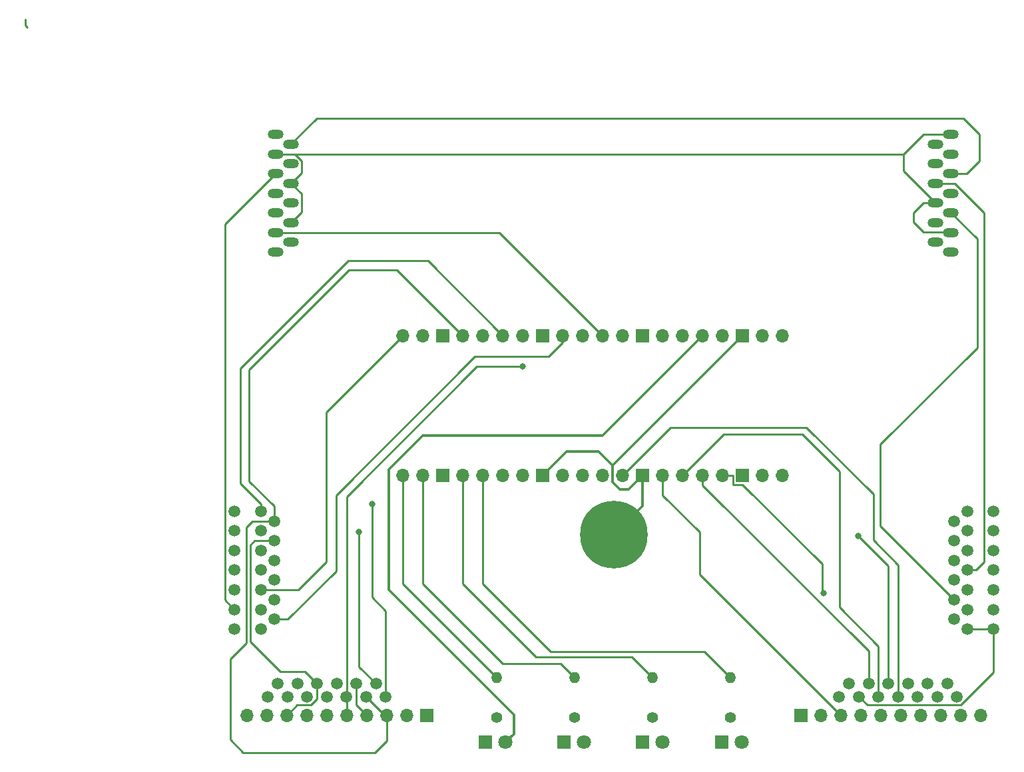
<source format=gbl>
G04 #@! TF.GenerationSoftware,KiCad,Pcbnew,9.0.1-9.0.1-0~ubuntu22.04.1*
G04 #@! TF.CreationDate,2025-04-10T12:51:45-07:00*
G04 #@! TF.ProjectId,kicad_port,6b696361-645f-4706-9f72-742e6b696361,rev?*
G04 #@! TF.SameCoordinates,Original*
G04 #@! TF.FileFunction,Copper,L2,Bot*
G04 #@! TF.FilePolarity,Positive*
%FSLAX46Y46*%
G04 Gerber Fmt 4.6, Leading zero omitted, Abs format (unit mm)*
G04 Created by KiCad (PCBNEW 9.0.1-9.0.1-0~ubuntu22.04.1) date 2025-04-10 12:51:45*
%MOMM*%
%LPD*%
G01*
G04 APERTURE LIST*
G04 #@! TA.AperFunction,ComponentPad*
%ADD10O,1.400000X1.400000*%
G04 #@! TD*
G04 #@! TA.AperFunction,ComponentPad*
%ADD11C,1.400000*%
G04 #@! TD*
G04 #@! TA.AperFunction,ComponentPad*
%ADD12O,1.700000X1.700000*%
G04 #@! TD*
G04 #@! TA.AperFunction,ComponentPad*
%ADD13R,1.700000X1.700000*%
G04 #@! TD*
G04 #@! TA.AperFunction,ComponentPad*
%ADD14R,1.800000X1.800000*%
G04 #@! TD*
G04 #@! TA.AperFunction,ComponentPad*
%ADD15C,1.800000*%
G04 #@! TD*
G04 #@! TA.AperFunction,ComponentPad*
%ADD16C,8.600000*%
G04 #@! TD*
G04 #@! TA.AperFunction,ComponentPad*
%ADD17O,2.000000X1.200000*%
G04 #@! TD*
G04 #@! TA.AperFunction,ComponentPad*
%ADD18C,1.511200*%
G04 #@! TD*
G04 #@! TA.AperFunction,ViaPad*
%ADD19C,0.800000*%
G04 #@! TD*
G04 #@! TA.AperFunction,Conductor*
%ADD20C,0.250000*%
G04 #@! TD*
G04 #@! TA.AperFunction,Conductor*
%ADD21C,0.375000*%
G04 #@! TD*
G04 APERTURE END LIST*
D10*
X135128000Y-124206000D03*
D11*
X135128000Y-129286000D03*
D12*
X171450000Y-98425000D03*
X168910000Y-98425000D03*
D13*
X166370000Y-98425000D03*
D12*
X163830000Y-98425000D03*
X161290000Y-98425000D03*
X158750000Y-98425000D03*
X156210000Y-98425000D03*
D13*
X153670000Y-98425000D03*
D12*
X151130000Y-98425000D03*
X148590000Y-98425000D03*
X146050000Y-98425000D03*
X143510000Y-98425000D03*
D13*
X140970000Y-98425000D03*
D12*
X138430000Y-98425000D03*
X135890000Y-98425000D03*
X133350000Y-98425000D03*
X130810000Y-98425000D03*
D13*
X128270000Y-98425000D03*
D12*
X125730000Y-98425000D03*
X123190000Y-98425000D03*
X123190000Y-80645000D03*
X125730000Y-80645000D03*
D13*
X128270000Y-80645000D03*
D12*
X130810000Y-80645000D03*
X133350000Y-80645000D03*
X135890000Y-80645000D03*
X138430000Y-80645000D03*
D13*
X140970000Y-80645000D03*
D12*
X143510000Y-80645000D03*
X146050000Y-80645000D03*
X148590000Y-80645000D03*
X151130000Y-80645000D03*
D13*
X153670000Y-80645000D03*
D12*
X156210000Y-80645000D03*
X158750000Y-80645000D03*
X161290000Y-80645000D03*
X163830000Y-80645000D03*
D13*
X166370000Y-80645000D03*
D12*
X168910000Y-80645000D03*
X171450000Y-80645000D03*
D14*
X133700000Y-132400000D03*
D15*
X136240000Y-132400000D03*
D14*
X143700000Y-132400000D03*
D15*
X146240000Y-132400000D03*
D14*
X153700000Y-132400000D03*
D15*
X156240000Y-132400000D03*
D14*
X163700000Y-132400000D03*
D15*
X166240000Y-132400000D03*
D16*
X150000000Y-106000000D03*
D17*
X192900000Y-55000000D03*
X190900000Y-56250000D03*
X192900000Y-57500000D03*
X190900000Y-58750000D03*
X192900000Y-60000000D03*
X190900000Y-61250000D03*
X192900000Y-62500000D03*
X190900000Y-63750000D03*
X192900000Y-65000000D03*
X190900000Y-66250000D03*
X192900000Y-67500000D03*
X190900000Y-68750000D03*
X192900000Y-70000000D03*
X107000000Y-70000000D03*
X109000000Y-68750000D03*
X107000000Y-67500000D03*
X109000000Y-66250000D03*
X107000000Y-65000000D03*
X109000000Y-63750000D03*
X107000000Y-62500000D03*
X109000000Y-61250000D03*
X107000000Y-60000000D03*
X109000000Y-58750000D03*
X107000000Y-57500000D03*
X109000000Y-56250000D03*
X107000000Y-55000000D03*
D18*
X198300000Y-103000000D03*
X194950000Y-103000000D03*
X193300000Y-104250000D03*
X198300000Y-105500000D03*
X194950000Y-105500000D03*
X193300000Y-106750000D03*
X198300000Y-108000000D03*
X194950000Y-108000000D03*
X193300000Y-109250000D03*
X198300000Y-110500000D03*
X194950000Y-110500000D03*
X193300000Y-111750000D03*
X198300000Y-113000000D03*
X194950000Y-113000000D03*
X193300000Y-114250000D03*
X198300000Y-115500000D03*
X194950000Y-115500000D03*
X193300000Y-116750000D03*
X198300000Y-118000000D03*
X194950000Y-118000000D03*
X101800000Y-118000000D03*
X105150000Y-118000000D03*
X106800000Y-116750000D03*
X101800000Y-115500000D03*
X105150000Y-115500000D03*
X106800000Y-114250000D03*
X101800000Y-113000000D03*
X105150000Y-113000000D03*
X106800000Y-111750000D03*
X101800000Y-110500000D03*
X105150000Y-110500000D03*
X106800000Y-109250000D03*
X101800000Y-108000000D03*
X105150000Y-108000000D03*
X106800000Y-106750000D03*
X101800000Y-105500000D03*
X105150000Y-105500000D03*
X106800000Y-104250000D03*
X101800000Y-103000000D03*
X105150000Y-103000000D03*
D13*
X173800000Y-129000000D03*
D12*
X176340000Y-129000000D03*
X178880000Y-129000000D03*
X181420000Y-129000000D03*
X183960000Y-129000000D03*
X186500000Y-129000000D03*
X189040000Y-129000000D03*
X191580000Y-129000000D03*
X194120000Y-129000000D03*
X196660000Y-129000000D03*
D13*
X126200000Y-129000000D03*
D12*
X123660000Y-129000000D03*
X121120000Y-129000000D03*
X118580000Y-129000000D03*
X116040000Y-129000000D03*
X113500000Y-129000000D03*
X110960000Y-129000000D03*
X108420000Y-129000000D03*
X105880000Y-129000000D03*
X103340000Y-129000000D03*
D11*
X154940000Y-129286000D03*
D10*
X154940000Y-124206000D03*
D18*
X178657000Y-126590000D03*
X179907000Y-124940000D03*
X181157000Y-126590000D03*
X182407000Y-124940000D03*
X183657000Y-126590000D03*
X184907000Y-124940000D03*
X186157000Y-126590000D03*
X187407000Y-124940000D03*
X188657000Y-126590000D03*
X189907000Y-124940000D03*
X191157000Y-126590000D03*
X192407000Y-124940000D03*
X193657000Y-126590000D03*
X106013000Y-126590000D03*
X107263000Y-124940000D03*
X108513000Y-126590000D03*
X109763000Y-124940000D03*
X111013000Y-126590000D03*
X112263000Y-124940000D03*
X113513000Y-126590000D03*
X114763000Y-124940000D03*
X116013000Y-126590000D03*
X117263000Y-124940000D03*
X118513000Y-126590000D03*
X119763000Y-124940000D03*
X121013000Y-126590000D03*
D11*
X145034000Y-129286000D03*
D10*
X145034000Y-124206000D03*
D11*
X164840000Y-129286000D03*
D10*
X164840000Y-124206000D03*
D19*
X176657000Y-113411000D03*
X117602000Y-105664000D03*
X119253000Y-102108000D03*
X138430000Y-84582000D03*
X181102000Y-106172000D03*
D20*
X75184000Y-41148000D02*
X75438000Y-41402000D01*
X75184000Y-40386000D02*
X75184000Y-41148000D01*
D21*
X140970000Y-98425000D02*
X144018000Y-95377000D01*
X144018000Y-95377000D02*
X148082000Y-95377000D01*
X148082000Y-95377000D02*
X149860000Y-97155000D01*
X166370000Y-80645000D02*
X149860000Y-97155000D01*
X149860000Y-97155000D02*
X149860000Y-99314000D01*
X149860000Y-99314000D02*
X150749000Y-100203000D01*
X150749000Y-100203000D02*
X151892000Y-100203000D01*
X151892000Y-100203000D02*
X153670000Y-98425000D01*
D20*
X123190000Y-80645000D02*
X113411000Y-90424000D01*
X113411000Y-90424000D02*
X113411000Y-109474000D01*
X113411000Y-109474000D02*
X109885000Y-113000000D01*
X109885000Y-113000000D02*
X105150000Y-113000000D01*
X176657000Y-113411000D02*
X176530000Y-113284000D01*
X176530000Y-113284000D02*
X176530000Y-109728000D01*
X176530000Y-109728000D02*
X166403000Y-99601000D01*
X166403000Y-99601000D02*
X165194000Y-99601000D01*
X165194000Y-99601000D02*
X165194000Y-98425000D01*
X165194000Y-98425000D02*
X163830000Y-98425000D01*
X119253000Y-113919000D02*
X121013000Y-115679000D01*
X119253000Y-102108000D02*
X119253000Y-113919000D01*
X121013000Y-115679000D02*
X121013000Y-126590000D01*
X117602000Y-122779000D02*
X117602000Y-105664000D01*
X119763000Y-124940000D02*
X117602000Y-122779000D01*
X192900000Y-65000000D02*
X196215000Y-68315000D01*
X196215000Y-68315000D02*
X196215000Y-82169000D01*
X196215000Y-82169000D02*
X183896000Y-94488000D01*
X183896000Y-94488000D02*
X183896000Y-104846000D01*
X183896000Y-104846000D02*
X193300000Y-114250000D01*
X186157000Y-126590000D02*
X186157000Y-109830000D01*
X186157000Y-109830000D02*
X183007000Y-106680000D01*
X183007000Y-100838000D02*
X174498000Y-92329000D01*
X183007000Y-106680000D02*
X183007000Y-100838000D01*
X174498000Y-92329000D02*
X157226000Y-92329000D01*
X157226000Y-92329000D02*
X151130000Y-98425000D01*
D21*
X136240000Y-132400000D02*
X137287000Y-131353000D01*
X137287000Y-131353000D02*
X137287000Y-128905000D01*
X121412000Y-97663000D02*
X125761500Y-93313500D01*
X125761500Y-93313500D02*
X148621500Y-93313500D01*
X137287000Y-128905000D02*
X121412000Y-113030000D01*
X121412000Y-113030000D02*
X121412000Y-97663000D01*
X148621500Y-93313500D02*
X161290000Y-80645000D01*
D20*
X138430000Y-84582000D02*
X132588000Y-84582000D01*
X132588000Y-84582000D02*
X116040000Y-101130000D01*
X116040000Y-101130000D02*
X116040000Y-129000000D01*
X106800000Y-116750000D02*
X108550810Y-116750000D01*
X108550810Y-116750000D02*
X114681000Y-110619810D01*
X143510000Y-81534000D02*
X143510000Y-80645000D01*
X114681000Y-110619810D02*
X114681000Y-100965000D01*
X114681000Y-100965000D02*
X132334000Y-83312000D01*
X132334000Y-83312000D02*
X141732000Y-83312000D01*
X141732000Y-83312000D02*
X143510000Y-81534000D01*
X184907000Y-109977000D02*
X181102000Y-106172000D01*
X184907000Y-124940000D02*
X184907000Y-109977000D01*
X183657000Y-126590000D02*
X183657000Y-120157000D01*
X183657000Y-120157000D02*
X178689000Y-115189000D01*
X178689000Y-115189000D02*
X178689000Y-97917000D01*
X178689000Y-97917000D02*
X173990000Y-93218000D01*
X173990000Y-93218000D02*
X163957000Y-93218000D01*
X163957000Y-93218000D02*
X158750000Y-98425000D01*
X161290000Y-98425000D02*
X161290000Y-99695000D01*
X161290000Y-99695000D02*
X182407000Y-120812000D01*
X182407000Y-120812000D02*
X182407000Y-124940000D01*
X178880000Y-129000000D02*
X160909000Y-111029000D01*
X160909000Y-111029000D02*
X160909000Y-105664000D01*
X160909000Y-105664000D02*
X156210000Y-100965000D01*
X156210000Y-100965000D02*
X156210000Y-98425000D01*
X145034000Y-124206000D02*
X143256000Y-122428000D01*
X143256000Y-122428000D02*
X135890000Y-122428000D01*
X135890000Y-122428000D02*
X125730000Y-112268000D01*
X125730000Y-112268000D02*
X125730000Y-98425000D01*
X154940000Y-124206000D02*
X152273000Y-121539000D01*
X152273000Y-121539000D02*
X140081000Y-121539000D01*
X140081000Y-121539000D02*
X130810000Y-112268000D01*
X130810000Y-112268000D02*
X130810000Y-98425000D01*
X164840000Y-124206000D02*
X161538000Y-120904000D01*
X161538000Y-120904000D02*
X141986000Y-120904000D01*
X141986000Y-120904000D02*
X133350000Y-112268000D01*
X133350000Y-112268000D02*
X133350000Y-98425000D01*
X135128000Y-124206000D02*
X123190000Y-112268000D01*
X190900000Y-61250000D02*
X193359562Y-61250000D01*
X193359562Y-61250000D02*
X197104000Y-64994438D01*
X196078000Y-110500000D02*
X194950000Y-110500000D01*
X197104000Y-64994438D02*
X197104000Y-109474000D01*
X197104000Y-109474000D02*
X196078000Y-110500000D01*
X192900000Y-60000000D02*
X194889000Y-60000000D01*
X196469000Y-58420000D02*
X196469000Y-54991000D01*
X194889000Y-60000000D02*
X196469000Y-58420000D01*
X196469000Y-54991000D02*
X194437000Y-52959000D01*
X194437000Y-52959000D02*
X112268000Y-52959000D01*
X112268000Y-52959000D02*
X109000000Y-56227000D01*
X109000000Y-56227000D02*
X109000000Y-56250000D01*
X106800000Y-104250000D02*
X104030000Y-104250000D01*
X104030000Y-104250000D02*
X103251000Y-105029000D01*
X103251000Y-105029000D02*
X103251000Y-119761000D01*
X101219000Y-132080000D02*
X102870000Y-133731000D01*
X103251000Y-119761000D02*
X101219000Y-121793000D01*
X102870000Y-133731000D02*
X119634000Y-133731000D01*
X101219000Y-121793000D02*
X101219000Y-132080000D01*
X119634000Y-133731000D02*
X121120000Y-132245000D01*
X121120000Y-132245000D02*
X121120000Y-129000000D01*
X106800000Y-106750000D02*
X104324000Y-106750000D01*
X104324000Y-106750000D02*
X103759000Y-107315000D01*
X103759000Y-107315000D02*
X103759000Y-119634000D01*
X103759000Y-119634000D02*
X107569000Y-123444000D01*
X107569000Y-123444000D02*
X110767000Y-123444000D01*
X110767000Y-123444000D02*
X112263000Y-124940000D01*
X106800000Y-104250000D02*
X106800000Y-102355000D01*
X103632000Y-84963000D02*
X116332000Y-72263000D01*
X116332000Y-72263000D02*
X122428000Y-72263000D01*
X106800000Y-102355000D02*
X103632000Y-99187000D01*
X103632000Y-99187000D02*
X103632000Y-84963000D01*
X122428000Y-72263000D02*
X130810000Y-80645000D01*
X135890000Y-80645000D02*
X126365000Y-71120000D01*
X126365000Y-71120000D02*
X116205000Y-71120000D01*
X116205000Y-71120000D02*
X102489000Y-84836000D01*
X102489000Y-99441000D02*
X105150000Y-102102000D01*
X102489000Y-84836000D02*
X102489000Y-99441000D01*
X105150000Y-102102000D02*
X105150000Y-103000000D01*
X186848000Y-57500000D02*
X189357000Y-54991000D01*
X188087000Y-65024000D02*
X189361000Y-63750000D01*
X189357000Y-54991000D02*
X189366000Y-55000000D01*
X110326000Y-62576000D02*
X110326000Y-64924000D01*
X189357000Y-67437000D02*
X188087000Y-66167000D01*
X192837000Y-67437000D02*
X189357000Y-67437000D01*
X110326000Y-59924000D02*
X109000000Y-61250000D01*
X186848000Y-57500000D02*
X186848000Y-59698000D01*
X188087000Y-66167000D02*
X188087000Y-65024000D01*
X186848000Y-59698000D02*
X190900000Y-63750000D01*
X192900000Y-67500000D02*
X192837000Y-67437000D01*
X189361000Y-63750000D02*
X190900000Y-63750000D01*
X110326000Y-64924000D02*
X109000000Y-66250000D01*
X107000000Y-57500000D02*
X186848000Y-57500000D01*
X109459562Y-57500000D02*
X110326000Y-58366438D01*
X109000000Y-61250000D02*
X110326000Y-62576000D01*
X107000000Y-57500000D02*
X109459562Y-57500000D01*
X189366000Y-55000000D02*
X192900000Y-55000000D01*
X110326000Y-58366438D02*
X110326000Y-59924000D01*
X148590000Y-80645000D02*
X135445000Y-67500000D01*
X135445000Y-67500000D02*
X107000000Y-67500000D01*
X116040000Y-126617000D02*
X116013000Y-126590000D01*
X100584000Y-114284000D02*
X101800000Y-115500000D01*
X100584000Y-66416000D02*
X100584000Y-114284000D01*
X107000000Y-60000000D02*
X100584000Y-66416000D01*
X194105014Y-127671600D02*
X182238600Y-127671600D01*
X198300000Y-123476614D02*
X194105014Y-127671600D01*
X182238600Y-127671600D02*
X181157000Y-126590000D01*
X194950000Y-118000000D02*
X198300000Y-118000000D01*
X198300000Y-118000000D02*
X198300000Y-123476614D01*
X121120000Y-129000000D02*
X120923000Y-129000000D01*
X120923000Y-129000000D02*
X118513000Y-126590000D01*
X108420000Y-129000000D02*
X109748400Y-127671600D01*
X109748400Y-127671600D02*
X111461014Y-127671600D01*
X112263000Y-126869614D02*
X112263000Y-124940000D01*
X111461014Y-127671600D02*
X112263000Y-126869614D01*
X118580000Y-129000000D02*
X117263000Y-127683000D01*
X117263000Y-127683000D02*
X117263000Y-124940000D01*
D21*
X153670000Y-102330000D02*
X150000000Y-106000000D01*
X153670000Y-98425000D02*
X153670000Y-102330000D01*
D20*
X123190000Y-112268000D02*
X123190000Y-98425000D01*
M02*

</source>
